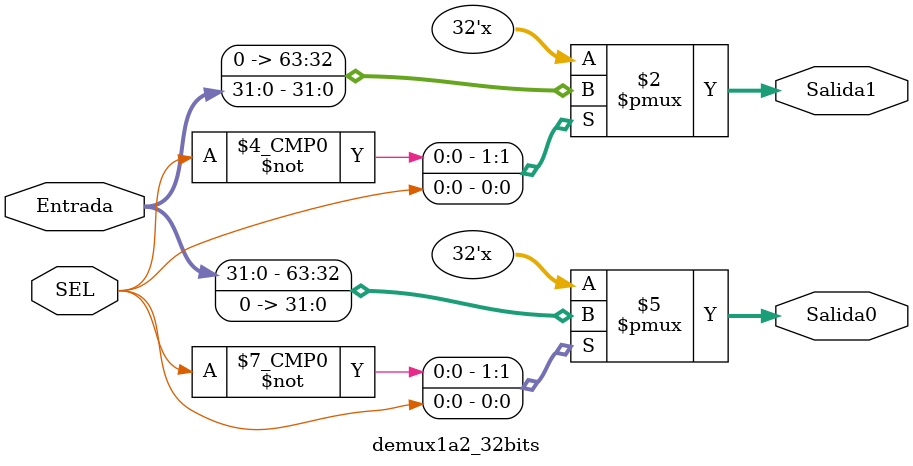
<source format=v>
module demux1a2_32bits #(parameter ANCHO=32)(
input [ANCHO-1:0] Entrada,
input SEL,
output reg [ANCHO-1:0] Salida0, Salida1 
);

always @(*) begin
case (SEL)
    0: begin
    Salida0=Entrada;
    Salida1=0;
    end
    1: begin
    Salida1=Entrada;
    Salida0=0;
    end
    default: Salida1=Entrada;
endcase
end

endmodule
</source>
